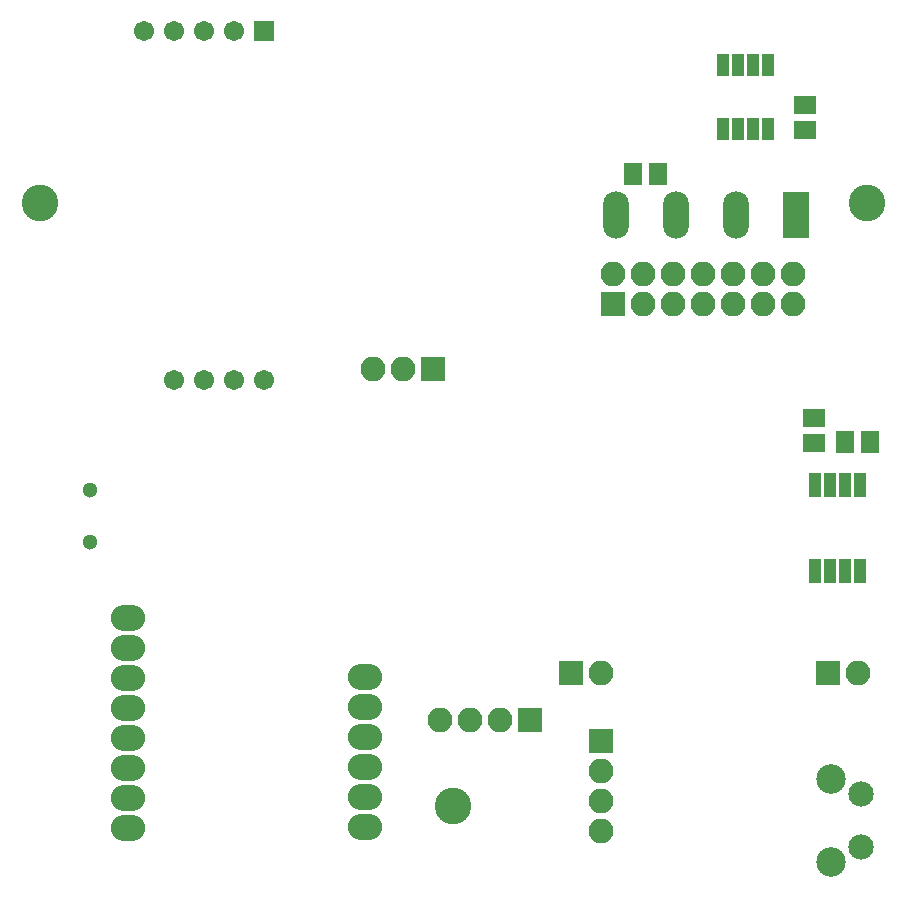
<source format=gbs>
G04 #@! TF.GenerationSoftware,KiCad,Pcbnew,5.0.0-rc1-44a33f2~62~ubuntu16.04.1*
G04 #@! TF.CreationDate,2018-04-01T18:26:25+03:00*
G04 #@! TF.ProjectId,ParaboxAirQuality,50617261626F784169725175616C6974,rev?*
G04 #@! TF.SameCoordinates,Original*
G04 #@! TF.FileFunction,Soldermask,Bot*
G04 #@! TF.FilePolarity,Negative*
%FSLAX46Y46*%
G04 Gerber Fmt 4.6, Leading zero omitted, Abs format (unit mm)*
G04 Created by KiCad (PCBNEW 5.0.0-rc1-44a33f2~62~ubuntu16.04.1) date Sun Apr  1 18:26:25 2018*
%MOMM*%
%LPD*%
G01*
G04 APERTURE LIST*
%ADD10R,1.705560X1.705560*%
%ADD11C,1.705560*%
%ADD12C,3.100000*%
%ADD13R,1.545000X1.900000*%
%ADD14R,1.900000X1.545000*%
%ADD15C,1.300000*%
%ADD16R,2.200000X4.000000*%
%ADD17O,2.200000X4.000000*%
%ADD18R,2.100000X2.100000*%
%ADD19O,2.100000X2.100000*%
%ADD20O,2.900000X2.200000*%
%ADD21C,2.500000*%
%ADD22C,2.150000*%
%ADD23R,1.050000X2.100000*%
%ADD24R,1.000000X1.950000*%
G04 APERTURE END LIST*
D10*
X71500000Y-52409000D03*
D11*
X68960000Y-52409000D03*
X66420000Y-52409000D03*
X63880000Y-52409000D03*
X61340000Y-52409000D03*
X71500000Y-82000000D03*
X68960000Y-82000000D03*
X66420000Y-82000000D03*
X63880000Y-82000000D03*
D12*
X52500000Y-67000000D03*
X122500000Y-67000000D03*
X87500000Y-118000000D03*
D13*
X122792500Y-87250000D03*
X120707500Y-87250000D03*
D14*
X117250000Y-58707500D03*
X117250000Y-60792500D03*
D15*
X56750000Y-91300000D03*
X56750000Y-95700000D03*
D16*
X116500000Y-68000000D03*
D17*
X111420000Y-68000000D03*
X106340000Y-68000000D03*
X101260000Y-68000000D03*
D18*
X94000000Y-110750000D03*
D19*
X91460000Y-110750000D03*
X88920000Y-110750000D03*
X86380000Y-110750000D03*
D18*
X85750000Y-81000000D03*
D19*
X83210000Y-81000000D03*
X80670000Y-81000000D03*
X100040000Y-106750000D03*
D18*
X97500000Y-106750000D03*
D19*
X100000000Y-120120000D03*
X100000000Y-117580000D03*
X100000000Y-115040000D03*
D18*
X100000000Y-112500000D03*
X119250000Y-106750000D03*
D19*
X121790000Y-106750000D03*
D18*
X101000000Y-75500000D03*
D19*
X101000000Y-72960000D03*
X103540000Y-75500000D03*
X103540000Y-72960000D03*
X106080000Y-75500000D03*
X106080000Y-72960000D03*
X108620000Y-75500000D03*
X108620000Y-72960000D03*
X111160000Y-75500000D03*
X111160000Y-72960000D03*
X113700000Y-75500000D03*
X113700000Y-72960000D03*
X116240000Y-75500000D03*
X116240000Y-72960000D03*
D14*
X118000000Y-87292500D03*
X118000000Y-85207500D03*
D13*
X104792500Y-64500000D03*
X102707500Y-64500000D03*
D20*
X60000000Y-102110000D03*
X60000000Y-104650000D03*
X60000000Y-107190000D03*
X60000000Y-109730000D03*
X60000000Y-112270000D03*
X60000000Y-114810000D03*
X60000000Y-117350000D03*
X60000000Y-119890000D03*
X80000000Y-119850000D03*
X80000000Y-117310000D03*
X80000000Y-114770000D03*
X80000000Y-112230000D03*
X80000000Y-109690000D03*
X80000000Y-107150000D03*
D21*
X119510000Y-122760000D03*
D22*
X122000000Y-121500000D03*
X122000000Y-117000000D03*
D21*
X119510000Y-115750000D03*
D23*
X118095000Y-90850000D03*
X119365000Y-90850000D03*
X120635000Y-90850000D03*
X121905000Y-90850000D03*
X121905000Y-98150000D03*
X120635000Y-98150000D03*
X119365000Y-98150000D03*
X118095000Y-98150000D03*
D24*
X110345000Y-55300000D03*
X111615000Y-55300000D03*
X112885000Y-55300000D03*
X114155000Y-55300000D03*
X114155000Y-60700000D03*
X112885000Y-60700000D03*
X111615000Y-60700000D03*
X110345000Y-60700000D03*
M02*

</source>
